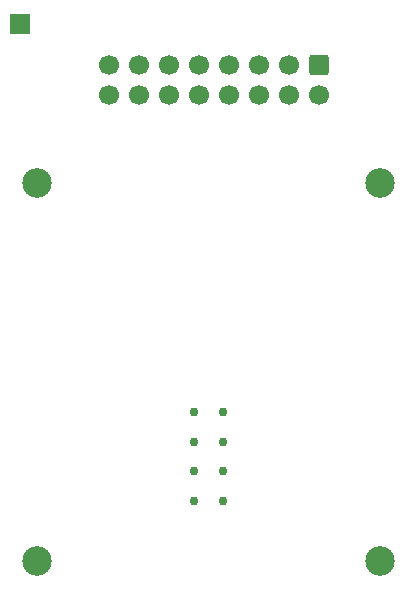
<source format=gbs>
G04 #@! TF.GenerationSoftware,KiCad,Pcbnew,8.0.5*
G04 #@! TF.CreationDate,2024-12-04T12:39:21-06:00*
G04 #@! TF.ProjectId,KiCad_ETDBR,4b694361-645f-4455-9444-42522e6b6963,rev?*
G04 #@! TF.SameCoordinates,Original*
G04 #@! TF.FileFunction,Soldermask,Bot*
G04 #@! TF.FilePolarity,Negative*
%FSLAX46Y46*%
G04 Gerber Fmt 4.6, Leading zero omitted, Abs format (unit mm)*
G04 Created by KiCad (PCBNEW 8.0.5) date 2024-12-04 12:39:21*
%MOMM*%
%LPD*%
G01*
G04 APERTURE LIST*
G04 Aperture macros list*
%AMRoundRect*
0 Rectangle with rounded corners*
0 $1 Rounding radius*
0 $2 $3 $4 $5 $6 $7 $8 $9 X,Y pos of 4 corners*
0 Add a 4 corners polygon primitive as box body*
4,1,4,$2,$3,$4,$5,$6,$7,$8,$9,$2,$3,0*
0 Add four circle primitives for the rounded corners*
1,1,$1+$1,$2,$3*
1,1,$1+$1,$4,$5*
1,1,$1+$1,$6,$7*
1,1,$1+$1,$8,$9*
0 Add four rect primitives between the rounded corners*
20,1,$1+$1,$2,$3,$4,$5,0*
20,1,$1+$1,$4,$5,$6,$7,0*
20,1,$1+$1,$6,$7,$8,$9,0*
20,1,$1+$1,$8,$9,$2,$3,0*%
G04 Aperture macros list end*
%ADD10C,0.750000*%
%ADD11R,1.700000X1.700000*%
%ADD12RoundRect,0.250000X-0.600000X0.600000X-0.600000X-0.600000X0.600000X-0.600000X0.600000X0.600000X0*%
%ADD13C,1.700000*%
%ADD14C,2.500000*%
G04 APERTURE END LIST*
D10*
X67030000Y-97835000D03*
X64530000Y-97835000D03*
X67030000Y-95335000D03*
X67030000Y-92835000D03*
X67030000Y-90335000D03*
X64530000Y-95335000D03*
X64530000Y-92835000D03*
X64530000Y-90335000D03*
D11*
X49780000Y-57465000D03*
D12*
X75160000Y-60965000D03*
D13*
X75160000Y-63505000D03*
X72620000Y-60965000D03*
X72620000Y-63505000D03*
X70080000Y-60965000D03*
X70080000Y-63505000D03*
X67540000Y-60965000D03*
X67540000Y-63505000D03*
X65000000Y-60965000D03*
X65000000Y-63505000D03*
X62460000Y-60965000D03*
X62460000Y-63505000D03*
X59920000Y-60965000D03*
X59920000Y-63505000D03*
X57380000Y-60965000D03*
X57380000Y-63505000D03*
D14*
X80280000Y-70965000D03*
X51280000Y-102965000D03*
X80280000Y-102965000D03*
X51280000Y-70965000D03*
M02*

</source>
